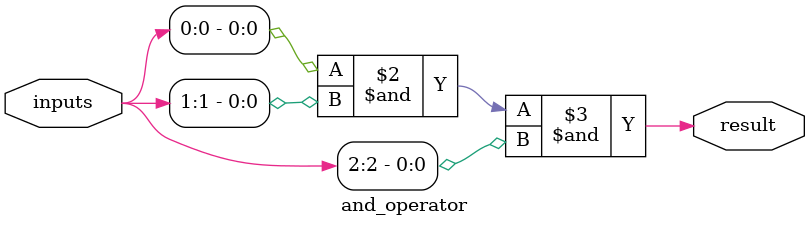
<source format=sv>
module and_gate_3_for (
    input  wire a,  // Input A
    input  wire b,  // Input B
    input  wire c,  // Input C
    output wire y   // Output Y
);
    // Internal signals
    wire [2:0] inputs_packed;
    wire       and_result;
    
    // Input packing submodule
    input_packer input_pack_inst (
        .a(a),
        .b(b),
        .c(c),
        .packed_inputs(inputs_packed)
    );
    
    // AND operation submodule
    and_operator and_op_inst (
        .inputs(inputs_packed),
        .result(and_result)
    );
    
    // Output assignment
    assign y = and_result;
    
endmodule

///////////////////////////////////////////////////////////
// Submodule to pack individual inputs into an array
///////////////////////////////////////////////////////////
module input_packer (
    input  wire a,
    input  wire b,
    input  wire c,
    output wire [2:0] packed_inputs
);
    // Pack individual inputs into a bus
    assign packed_inputs = {a, b, c};
    
endmodule

///////////////////////////////////////////////////////////
// Submodule to perform AND operation with unrolled loop
///////////////////////////////////////////////////////////
module and_operator (
    input  wire [2:0] inputs,
    output reg        result
);
    always @(*) begin
        // Unrolled loop for better performance
        result = inputs[0] & inputs[1] & inputs[2];
    end
    
endmodule
</source>
